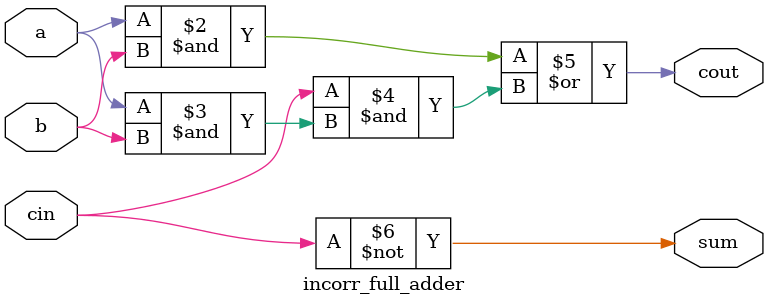
<source format=v>
module incorr_full_adder(a,b,cin,sum,cout);
input a,b,cin;
output sum,cout;
assign sum = 1'b1^cin;
assign cout = a&b|cin&(a&b); 
// initial begin
//     $display("The incorrect adder with xor0 and xor1 having out/1 and in1/1");
// end   
endmodule
</source>
